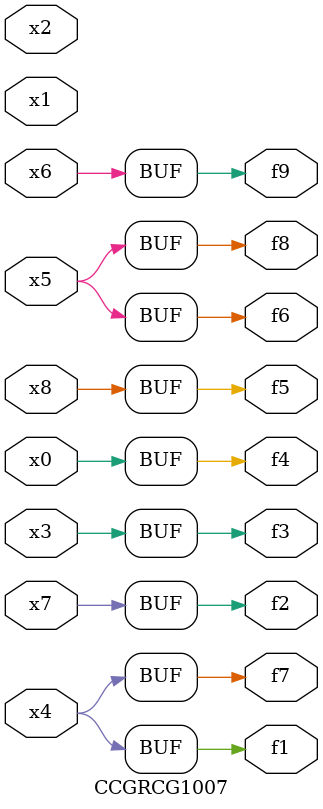
<source format=v>
module CCGRCG1007(
	input x0, x1, x2, x3, x4, x5, x6, x7, x8,
	output f1, f2, f3, f4, f5, f6, f7, f8, f9
);
	assign f1 = x4;
	assign f2 = x7;
	assign f3 = x3;
	assign f4 = x0;
	assign f5 = x8;
	assign f6 = x5;
	assign f7 = x4;
	assign f8 = x5;
	assign f9 = x6;
endmodule

</source>
